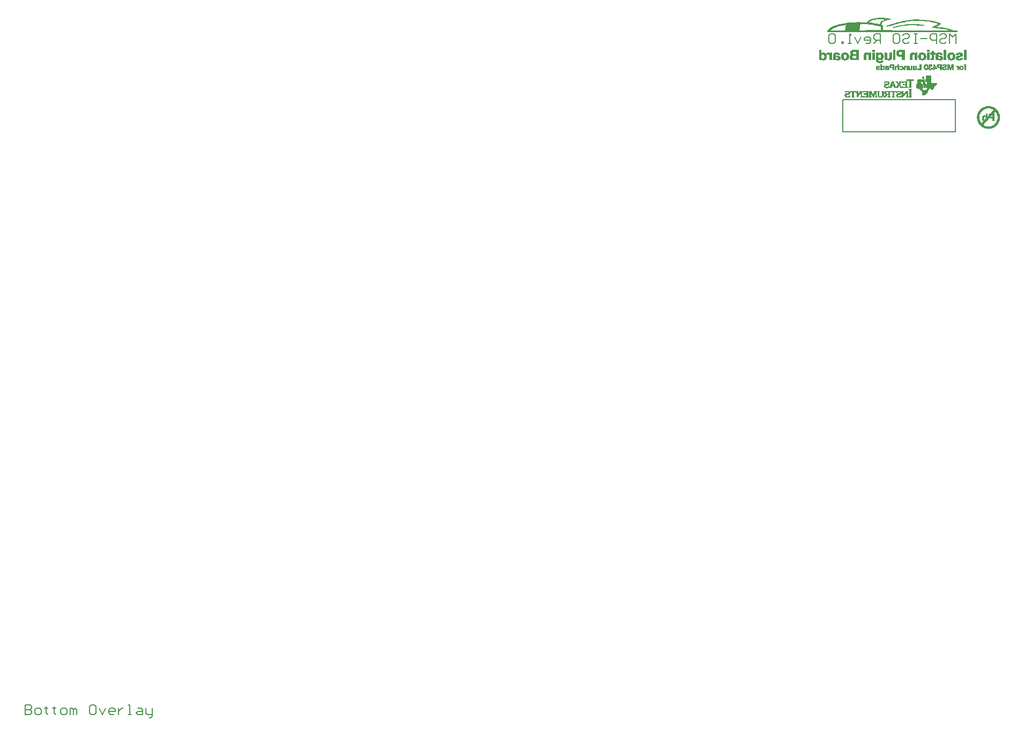
<source format=gbo>
%FSLAX25Y25*%
%MOIN*%
G70*
G01*
G75*
G04 Layer_Color=9218505*
%ADD10R,0.04803X0.03602*%
%ADD11R,0.03740X0.03937*%
%ADD12R,0.03937X0.03740*%
%ADD13O,0.02362X0.05500*%
%ADD14O,0.02362X0.05709*%
%ADD15R,0.04331X0.02559*%
%ADD16R,0.02559X0.04331*%
%ADD17R,0.03800X0.04400*%
%ADD18R,0.03150X0.02362*%
%ADD19C,0.01000*%
%ADD20C,0.02000*%
%ADD21C,0.00800*%
%ADD22C,0.05906*%
%ADD23R,0.05906X0.05906*%
%ADD24C,0.03400*%
%ADD25C,0.00787*%
%ADD26C,0.00700*%
%ADD27C,0.00200*%
%ADD28C,0.00050*%
%ADD29C,0.00500*%
%ADD30R,0.09200X0.02000*%
%ADD31R,0.05203X0.04002*%
%ADD32R,0.04140X0.04337*%
%ADD33R,0.04337X0.04140*%
%ADD34O,0.02762X0.05900*%
%ADD35O,0.02762X0.06109*%
%ADD36R,0.04731X0.02959*%
%ADD37R,0.02959X0.04731*%
%ADD38R,0.04200X0.04800*%
%ADD39R,0.03550X0.02762*%
%ADD40C,0.06906*%
%ADD41R,0.06906X0.06906*%
D21*
X-443410Y-348755D02*
Y-354753D01*
X-440411D01*
X-439411Y-353754D01*
Y-352754D01*
X-440411Y-351754D01*
X-443410D01*
X-440411D01*
X-439411Y-350755D01*
Y-349755D01*
X-440411Y-348755D01*
X-443410D01*
X-436412Y-354753D02*
X-434413D01*
X-433413Y-353754D01*
Y-351754D01*
X-434413Y-350755D01*
X-436412D01*
X-437412Y-351754D01*
Y-353754D01*
X-436412Y-354753D01*
X-430414Y-349755D02*
Y-350755D01*
X-431414D01*
X-429414D01*
X-430414D01*
Y-353754D01*
X-429414Y-354753D01*
X-425416Y-349755D02*
Y-350755D01*
X-426415D01*
X-424416D01*
X-425416D01*
Y-353754D01*
X-424416Y-354753D01*
X-420417D02*
X-418418D01*
X-417418Y-353754D01*
Y-351754D01*
X-418418Y-350755D01*
X-420417D01*
X-421417Y-351754D01*
Y-353754D01*
X-420417Y-354753D01*
X-415419D02*
Y-350755D01*
X-414419D01*
X-413419Y-351754D01*
Y-354753D01*
Y-351754D01*
X-412420Y-350755D01*
X-411420Y-351754D01*
Y-354753D01*
X-400424Y-348755D02*
X-402423D01*
X-403423Y-349755D01*
Y-353754D01*
X-402423Y-354753D01*
X-400424D01*
X-399424Y-353754D01*
Y-349755D01*
X-400424Y-348755D01*
X-397425Y-350755D02*
X-395425Y-354753D01*
X-393426Y-350755D01*
X-388428Y-354753D02*
X-390427D01*
X-391427Y-353754D01*
Y-351754D01*
X-390427Y-350755D01*
X-388428D01*
X-387428Y-351754D01*
Y-352754D01*
X-391427D01*
X-385429Y-350755D02*
Y-354753D01*
Y-352754D01*
X-384429Y-351754D01*
X-383429Y-350755D01*
X-382430D01*
X-379431Y-354753D02*
X-377431D01*
X-378431D01*
Y-348755D01*
X-379431D01*
X-373432Y-350755D02*
X-371433D01*
X-370433Y-351754D01*
Y-354753D01*
X-373432D01*
X-374432Y-353754D01*
X-373432Y-352754D01*
X-370433D01*
X-368434Y-350755D02*
Y-353754D01*
X-367434Y-354753D01*
X-364435D01*
Y-355753D01*
X-365435Y-356753D01*
X-366435D01*
X-364435Y-354753D02*
Y-350755D01*
D25*
X65000Y7800D02*
Y27800D01*
X135000Y7800D02*
Y27800D01*
X65000Y7800D02*
X135000D01*
X65000Y27800D02*
X135000D01*
D26*
X135200Y62900D02*
Y68898D01*
X133201Y66899D01*
X131201Y68898D01*
Y62900D01*
X125203Y67898D02*
X126203Y68898D01*
X128202D01*
X129202Y67898D01*
Y66899D01*
X128202Y65899D01*
X126203D01*
X125203Y64899D01*
Y63900D01*
X126203Y62900D01*
X128202D01*
X129202Y63900D01*
X123204Y62900D02*
Y68898D01*
X120205D01*
X119205Y67898D01*
Y65899D01*
X120205Y64899D01*
X123204D01*
X117206Y65899D02*
X113207D01*
X111208Y68898D02*
X109208D01*
X110208D01*
Y62900D01*
X111208D01*
X109208D01*
X102211Y67898D02*
X103210Y68898D01*
X105210D01*
X106209Y67898D01*
Y66899D01*
X105210Y65899D01*
X103210D01*
X102211Y64899D01*
Y63900D01*
X103210Y62900D01*
X105210D01*
X106209Y63900D01*
X97212Y68898D02*
X99212D01*
X100211Y67898D01*
Y63900D01*
X99212Y62900D01*
X97212D01*
X96213Y63900D01*
Y67898D01*
X97212Y68898D01*
X88215Y62900D02*
Y68898D01*
X85216D01*
X84216Y67898D01*
Y65899D01*
X85216Y64899D01*
X88215D01*
X86216D02*
X84216Y62900D01*
X79218D02*
X81217D01*
X82217Y63900D01*
Y65899D01*
X81217Y66899D01*
X79218D01*
X78218Y65899D01*
Y64899D01*
X82217D01*
X76219Y66899D02*
X74220Y62900D01*
X72220Y66899D01*
X70221Y62900D02*
X68222D01*
X69221D01*
Y68898D01*
X70221Y67898D01*
X65223Y62900D02*
Y63900D01*
X64223D01*
Y62900D01*
X65223D01*
X60224Y67898D02*
X59225Y68898D01*
X57225D01*
X56226Y67898D01*
Y63900D01*
X57225Y62900D01*
X59225D01*
X60224Y63900D01*
Y67898D01*
D27*
X86652Y78840D02*
X90852D01*
X84852Y78640D02*
X93252D01*
X83652Y78440D02*
X94452D01*
X83052Y78240D02*
X94452D01*
X82452Y78040D02*
X85452D01*
X90652D02*
X94252D01*
X82052Y77840D02*
X84052D01*
X91252D02*
X93252D01*
X108652D02*
X112452D01*
X81652Y77640D02*
X83452D01*
X90652D02*
X92252D01*
X106252D02*
X116052D01*
X81252Y77440D02*
X82852D01*
X90052D02*
X91452D01*
X104852D02*
X118052D01*
X81052Y77240D02*
X82252D01*
X89852D02*
X90852D01*
X104052D02*
X111052D01*
X111452D02*
X119252D01*
X80852Y77040D02*
X82052D01*
X89452D02*
X90452D01*
X103052D02*
X106652D01*
X115652D02*
X120452D01*
X80652Y76840D02*
X81652D01*
X89052D02*
X90052D01*
X102052D02*
X105052D01*
X117852D02*
X121452D01*
X80452Y76640D02*
X81452D01*
X88652D02*
X89652D01*
X101052D02*
X104052D01*
X119252D02*
X122252D01*
X80252Y76440D02*
X81252D01*
X88652D02*
X89452D01*
X100252D02*
X103252D01*
X120052D02*
X122852D01*
X73852Y76240D02*
X75652D01*
X80052D02*
X81252D01*
X88452D02*
X89252D01*
X99452D02*
X102252D01*
X121252D02*
X123652D01*
X69852Y76040D02*
X81452D01*
X88452D02*
X89052D01*
X98652D02*
X101452D01*
X122052D02*
X124252D01*
X67852Y75840D02*
X83052D01*
X88252D02*
X89052D01*
X98052D02*
X100452D01*
X122652D02*
X124652D01*
X66252Y75640D02*
X84452D01*
X88252D02*
X89052D01*
X97252D02*
X99652D01*
X123452D02*
X125252D01*
X65252Y75440D02*
X85452D01*
X88052D02*
X89052D01*
X96652D02*
X98852D01*
X124052D02*
X125452D01*
X64252Y75240D02*
X75852D01*
X77852D02*
X86652D01*
X88052D02*
X89052D01*
X96052D02*
X98252D01*
X124452D02*
X125852D01*
X63252Y75040D02*
X75652D01*
X80852D02*
X88852D01*
X95252D02*
X97452D01*
X124252D02*
X125652D01*
X62452Y74840D02*
X75652D01*
X82652D02*
X88852D01*
X94652D02*
X96852D01*
X104652D02*
X112252D01*
X123852D02*
X125252D01*
X61652Y74640D02*
X66452D01*
X67052D02*
X75652D01*
X83652D02*
X89052D01*
X94052D02*
X96252D01*
X102652D02*
X114852D01*
X123452D02*
X124852D01*
X60852Y74440D02*
X65252D01*
X67052D02*
X75452D01*
X84852D02*
X89452D01*
X93252D02*
X95652D01*
X101452D02*
X105052D01*
X111052D02*
X115852D01*
X123052D02*
X124652D01*
X60252Y74240D02*
X64252D01*
X67052D02*
X75452D01*
X85852D02*
X89652D01*
X92652D02*
X94852D01*
X100452D02*
X103052D01*
X114452D02*
X115852D01*
X122652D02*
X124252D01*
X59652Y74040D02*
X63252D01*
X66852D02*
X75452D01*
X86852D02*
X89652D01*
X92252D02*
X94252D01*
X99652D02*
X101852D01*
X122252D02*
X123852D01*
X59252Y73840D02*
X62452D01*
X66852D02*
X75452D01*
X87652D02*
X89652D01*
X92252D02*
X93452D01*
X98652D02*
X100852D01*
X121652D02*
X123252D01*
X58852Y73640D02*
X61652D01*
X66852D02*
X75452D01*
X88252D02*
X89652D01*
X92252D02*
X92852D01*
X98052D02*
X99852D01*
X121252D02*
X123052D01*
X58452Y73440D02*
X61052D01*
X66852D02*
X75252D01*
X88652D02*
X89652D01*
X97252D02*
X98852D01*
X120852D02*
X122452D01*
X58052Y73240D02*
X60452D01*
X66852D02*
X75252D01*
X88652D02*
X89652D01*
X96452D02*
X98052D01*
X120652D02*
X123852D01*
X57652Y73040D02*
X60052D01*
X66652D02*
X75252D01*
X88652D02*
X89652D01*
X96052D02*
X97452D01*
X120652D02*
X126052D01*
X57452Y72840D02*
X59652D01*
X66652D02*
X75252D01*
X88652D02*
X89852D01*
X96252D02*
X96652D01*
X120852D02*
X127452D01*
X57052Y72640D02*
X59052D01*
X66652D02*
X75252D01*
X88852D02*
X89852D01*
X122852D02*
X128652D01*
X56852Y72440D02*
X58652D01*
X66652D02*
X75252D01*
X88852D02*
X89852D01*
X125652D02*
X129452D01*
X56652Y72240D02*
X58452D01*
X66652D02*
X75052D01*
X88852D02*
X89852D01*
X127252D02*
X130252D01*
X56452Y72040D02*
X58052D01*
X66652D02*
X75052D01*
X88852D02*
X89852D01*
X128252D02*
X130852D01*
X56252Y71840D02*
X57852D01*
X66452D02*
X75052D01*
X88852D02*
X89852D01*
X129252D02*
X131452D01*
X56052Y71640D02*
X57652D01*
X66452D02*
X75052D01*
X88852D02*
X89852D01*
X130052D02*
X132252D01*
X56052Y71440D02*
X57452D01*
X66452D02*
X75052D01*
X79252D02*
X84652D01*
X88652D02*
X90052D01*
X130852D02*
X132852D01*
X55852Y71240D02*
X57252D01*
X66452D02*
X75052D01*
X79252D02*
X95452D01*
X131252D02*
X133452D01*
X55852Y71040D02*
X57252D01*
X66452D02*
X75052D01*
X79252D02*
X95452D01*
X132052D02*
X133852D01*
X55252Y70840D02*
X136052D01*
X55252Y70640D02*
X136052D01*
X55252Y70440D02*
X136052D01*
X55252Y70240D02*
X136052D01*
X50252Y58840D02*
X51452D01*
X70652D02*
X74652D01*
X83452D02*
X84652D01*
X96252D02*
X97452D01*
X99652D02*
X103252D01*
X117452D02*
X118652D01*
X127852D02*
X129052D01*
X140452D02*
X141852D01*
X50252Y58640D02*
X51452D01*
X70252D02*
X74652D01*
X83452D02*
X84652D01*
X96252D02*
X97452D01*
X99052D02*
X103252D01*
X117452D02*
X118652D01*
X127852D02*
X129052D01*
X140452D02*
X141852D01*
X50252Y58440D02*
X51452D01*
X69852D02*
X74652D01*
X83452D02*
X84652D01*
X96252D02*
X97452D01*
X98852D02*
X103252D01*
X117452D02*
X118652D01*
X120252D02*
X121452D01*
X127852D02*
X129052D01*
X140452D02*
X141852D01*
X50252Y58240D02*
X51452D01*
X69852D02*
X74652D01*
X83452D02*
X84652D01*
X96252D02*
X97452D01*
X98652D02*
X103252D01*
X117452D02*
X118652D01*
X120252D02*
X121452D01*
X127852D02*
X129052D01*
X140452D02*
X141852D01*
X50252Y58040D02*
X51452D01*
X69652D02*
X74652D01*
X83452D02*
X84652D01*
X96252D02*
X97452D01*
X98652D02*
X103252D01*
X117452D02*
X118652D01*
X120252D02*
X121452D01*
X127852D02*
X129052D01*
X140452D02*
X141852D01*
X50252Y57840D02*
X51452D01*
X69652D02*
X71452D01*
X73252D02*
X74652D01*
X96252D02*
X97452D01*
X98452D02*
X100252D01*
X101852D02*
X103252D01*
X120252D02*
X121452D01*
X127852D02*
X129052D01*
X140452D02*
X141852D01*
X50252Y57640D02*
X51452D01*
X69652D02*
X71052D01*
X73252D02*
X74652D01*
X96252D02*
X97452D01*
X98452D02*
X99852D01*
X101852D02*
X103252D01*
X120252D02*
X121452D01*
X127852D02*
X129052D01*
X140452D02*
X141852D01*
X50252Y57440D02*
X51452D01*
X69652D02*
X71052D01*
X73252D02*
X74652D01*
X96252D02*
X97452D01*
X98252D02*
X99652D01*
X101852D02*
X103252D01*
X120252D02*
X121452D01*
X127852D02*
X129052D01*
X140452D02*
X141852D01*
X50252Y57240D02*
X51452D01*
X52252D02*
X53452D01*
X55052D02*
X56052D01*
X57052D02*
X58052D01*
X60052D02*
X61852D01*
X65452D02*
X67052D01*
X69652D02*
X71052D01*
X73252D02*
X74652D01*
X79052D02*
X80452D01*
X81252D02*
X82252D01*
X83452D02*
X84452D01*
X85852D02*
X86852D01*
X87652D02*
X88852D01*
X91052D02*
X92052D01*
X94052D02*
X95252D01*
X96252D02*
X97452D01*
X98252D02*
X99652D01*
X101852D02*
X103252D01*
X107652D02*
X109052D01*
X110052D02*
X111052D01*
X113452D02*
X115052D01*
X117652D02*
X118652D01*
X119452D02*
X122252D01*
X123852D02*
X125652D01*
X127852D02*
X129052D01*
X131452D02*
X133252D01*
X136652D02*
X138252D01*
X140452D02*
X141852D01*
X50252Y57040D02*
X51452D01*
X51852D02*
X53852D01*
X55052D02*
X56252D01*
X56852D02*
X58052D01*
X59652D02*
X62452D01*
X65052D02*
X67652D01*
X69652D02*
X71052D01*
X73252D02*
X74652D01*
X78652D02*
X80652D01*
X81252D02*
X82452D01*
X83452D02*
X84652D01*
X85652D02*
X86852D01*
X87252D02*
X89252D01*
X91052D02*
X92252D01*
X94052D02*
X95252D01*
X96252D02*
X97452D01*
X98252D02*
X99652D01*
X101852D02*
X103252D01*
X107452D02*
X109452D01*
X109852D02*
X111052D01*
X113052D02*
X115452D01*
X117452D02*
X118652D01*
X119452D02*
X122252D01*
X123252D02*
X126252D01*
X127852D02*
X129052D01*
X131052D02*
X133652D01*
X136052D02*
X138852D01*
X140452D02*
X141852D01*
X50252Y56840D02*
X51452D01*
X51652D02*
X54052D01*
X55052D02*
X56652D01*
X56852D02*
X58052D01*
X59252D02*
X62652D01*
X64652D02*
X67852D01*
X69652D02*
X71052D01*
X73252D02*
X74652D01*
X78452D02*
X81052D01*
X81252D02*
X82452D01*
X83452D02*
X84652D01*
X85652D02*
X86852D01*
X87052D02*
X89452D01*
X91052D02*
X92252D01*
X94052D02*
X95252D01*
X96252D02*
X97452D01*
X98252D02*
X99652D01*
X101852D02*
X103252D01*
X107252D02*
X109652D01*
X109852D02*
X111052D01*
X112652D02*
X115852D01*
X117452D02*
X118652D01*
X119452D02*
X122252D01*
X123052D02*
X126452D01*
X127852D02*
X129052D01*
X130852D02*
X133852D01*
X135852D02*
X139052D01*
X140452D02*
X141852D01*
X50252Y56640D02*
X54252D01*
X55052D02*
X56652D01*
X56852D02*
X58052D01*
X59252D02*
X62852D01*
X64452D02*
X68052D01*
X69852D02*
X71252D01*
X73252D02*
X74652D01*
X78452D02*
X82452D01*
X83452D02*
X84652D01*
X85652D02*
X89652D01*
X91052D02*
X92252D01*
X94052D02*
X95252D01*
X96252D02*
X97452D01*
X98252D02*
X99652D01*
X101852D02*
X103252D01*
X107052D02*
X111052D01*
X112452D02*
X116052D01*
X117452D02*
X118652D01*
X119452D02*
X122252D01*
X123052D02*
X126652D01*
X127852D02*
X129052D01*
X130652D02*
X134052D01*
X135652D02*
X139252D01*
X140452D02*
X141852D01*
X50252Y56440D02*
X54452D01*
X55052D02*
X58052D01*
X59052D02*
X60652D01*
X61452D02*
X63052D01*
X64452D02*
X68252D01*
X70052D02*
X71852D01*
X73052D02*
X74652D01*
X78252D02*
X82452D01*
X83452D02*
X84652D01*
X85652D02*
X89852D01*
X91052D02*
X92252D01*
X94052D02*
X95252D01*
X96252D02*
X97452D01*
X98252D02*
X99852D01*
X101852D02*
X103252D01*
X107052D02*
X111052D01*
X112252D02*
X116252D01*
X117452D02*
X118652D01*
X119452D02*
X122252D01*
X122852D02*
X124452D01*
X125252D02*
X126852D01*
X127852D02*
X129052D01*
X130452D02*
X134252D01*
X135652D02*
X137052D01*
X137852D02*
X139252D01*
X140452D02*
X141852D01*
X50252Y56240D02*
X51852D01*
X53052D02*
X54652D01*
X55052D02*
X58052D01*
X59052D02*
X60452D01*
X61852D02*
X63052D01*
X64252D02*
X65652D01*
X66852D02*
X68252D01*
X70252D02*
X74652D01*
X78252D02*
X79652D01*
X80652D02*
X82452D01*
X83452D02*
X84652D01*
X85652D02*
X87252D01*
X88452D02*
X89852D01*
X91052D02*
X92252D01*
X94052D02*
X95252D01*
X96252D02*
X97452D01*
X98452D02*
X99852D01*
X101852D02*
X103252D01*
X106852D02*
X108452D01*
X109452D02*
X111052D01*
X112252D02*
X113652D01*
X114852D02*
X116252D01*
X117452D02*
X118652D01*
X120252D02*
X121452D01*
X122852D02*
X124252D01*
X125652D02*
X126852D01*
X127852D02*
X129052D01*
X130252D02*
X131852D01*
X132852D02*
X134452D01*
X135452D02*
X136652D01*
X138052D02*
X139452D01*
X140452D02*
X141852D01*
X50252Y56040D02*
X51652D01*
X53252D02*
X54652D01*
X56252D02*
X58052D01*
X59052D02*
X60252D01*
X61852D02*
X63052D01*
X64252D02*
X65452D01*
X67052D02*
X68452D01*
X70252D02*
X74652D01*
X78252D02*
X79452D01*
X80852D02*
X82452D01*
X83452D02*
X84652D01*
X85652D02*
X87052D01*
X88652D02*
X90052D01*
X91052D02*
X92252D01*
X94052D02*
X95252D01*
X96252D02*
X97452D01*
X98452D02*
X100652D01*
X101852D02*
X103252D01*
X106852D02*
X108252D01*
X109652D02*
X111052D01*
X112052D02*
X113452D01*
X115052D02*
X116452D01*
X117452D02*
X118652D01*
X120252D02*
X121452D01*
X122852D02*
X124052D01*
X125652D02*
X126852D01*
X127852D02*
X129052D01*
X130252D02*
X131652D01*
X133252D02*
X134452D01*
X135452D02*
X136652D01*
X138052D02*
X139452D01*
X140452D02*
X141852D01*
X50252Y55840D02*
X51652D01*
X53452D02*
X54652D01*
X56452D02*
X58052D01*
X59052D02*
X60252D01*
X62052D02*
X63052D01*
X64052D02*
X65452D01*
X67252D02*
X68452D01*
X69852D02*
X74652D01*
X78052D02*
X79452D01*
X81052D02*
X82452D01*
X83452D02*
X84652D01*
X85652D02*
X87052D01*
X88852D02*
X90052D01*
X91052D02*
X92252D01*
X94052D02*
X95252D01*
X96252D02*
X97452D01*
X98652D02*
X103252D01*
X106852D02*
X108252D01*
X109652D02*
X111052D01*
X112052D02*
X113452D01*
X115252D02*
X116452D01*
X117452D02*
X118652D01*
X120252D02*
X121452D01*
X122852D02*
X124052D01*
X125852D02*
X126852D01*
X127852D02*
X129052D01*
X130052D02*
X131452D01*
X133252D02*
X134652D01*
X138052D02*
X139452D01*
X140452D02*
X141852D01*
X50252Y55640D02*
X51452D01*
X53452D02*
X54852D01*
X56652D02*
X58052D01*
X59052D02*
X60452D01*
X64052D02*
X65252D01*
X67252D02*
X68652D01*
X69652D02*
X74652D01*
X78052D02*
X79452D01*
X81052D02*
X82452D01*
X83452D02*
X84652D01*
X85652D02*
X86852D01*
X88852D02*
X90052D01*
X91052D02*
X92252D01*
X94052D02*
X95252D01*
X96252D02*
X97452D01*
X98652D02*
X103252D01*
X106852D02*
X108052D01*
X109852D02*
X111052D01*
X112052D02*
X113252D01*
X115252D02*
X116452D01*
X117452D02*
X118652D01*
X120252D02*
X121452D01*
X122852D02*
X124252D01*
X127852D02*
X129052D01*
X130052D02*
X131452D01*
X133452D02*
X134652D01*
X137652D02*
X139452D01*
X140452D02*
X141852D01*
X50252Y55440D02*
X51452D01*
X53452D02*
X54852D01*
X56652D02*
X58052D01*
X59052D02*
X60852D01*
X64052D02*
X65252D01*
X67452D02*
X68652D01*
X69652D02*
X71252D01*
X73252D02*
X74652D01*
X78052D02*
X79452D01*
X81052D02*
X82452D01*
X83452D02*
X84652D01*
X85652D02*
X86852D01*
X88852D02*
X90252D01*
X91052D02*
X92252D01*
X94052D02*
X95252D01*
X96252D02*
X97452D01*
X98852D02*
X103252D01*
X106852D02*
X108052D01*
X109852D02*
X111052D01*
X112052D02*
X113252D01*
X115252D02*
X116652D01*
X117452D02*
X118652D01*
X120252D02*
X121452D01*
X122852D02*
X124652D01*
X127852D02*
X129052D01*
X130052D02*
X131252D01*
X133452D02*
X134652D01*
X136852D02*
X139252D01*
X140452D02*
X141852D01*
X50252Y55240D02*
X51452D01*
X53652D02*
X54852D01*
X56852D02*
X58052D01*
X59052D02*
X62052D01*
X64052D02*
X65252D01*
X67452D02*
X68652D01*
X69452D02*
X70852D01*
X73252D02*
X74652D01*
X78052D02*
X79452D01*
X81052D02*
X82452D01*
X83452D02*
X84652D01*
X85652D02*
X86852D01*
X88852D02*
X90252D01*
X91052D02*
X92252D01*
X94052D02*
X95252D01*
X96252D02*
X97452D01*
X99252D02*
X103252D01*
X106852D02*
X108052D01*
X109852D02*
X111052D01*
X111852D02*
X113252D01*
X115252D02*
X116652D01*
X117452D02*
X118652D01*
X120252D02*
X121452D01*
X122852D02*
X125852D01*
X127852D02*
X129052D01*
X130052D02*
X131252D01*
X133452D02*
X134652D01*
X136052D02*
X139052D01*
X140452D02*
X141852D01*
X50252Y55040D02*
X51452D01*
X53652D02*
X54852D01*
X56852D02*
X58052D01*
X59052D02*
X62652D01*
X63852D02*
X65252D01*
X67452D02*
X68652D01*
X69452D02*
X70852D01*
X73252D02*
X74652D01*
X78052D02*
X79452D01*
X81052D02*
X82452D01*
X83452D02*
X84652D01*
X85652D02*
X86852D01*
X88852D02*
X90252D01*
X91052D02*
X92252D01*
X94052D02*
X95252D01*
X96252D02*
X97452D01*
X99652D02*
X103252D01*
X106852D02*
X108052D01*
X109852D02*
X111052D01*
X111852D02*
X113252D01*
X115452D02*
X116652D01*
X117452D02*
X118652D01*
X120252D02*
X121452D01*
X122852D02*
X126452D01*
X127852D02*
X129052D01*
X130052D02*
X131252D01*
X133452D02*
X134652D01*
X135852D02*
X138852D01*
X140452D02*
X141852D01*
X50252Y54840D02*
X51452D01*
X53652D02*
X54852D01*
X56852D02*
X58052D01*
X59052D02*
X60252D01*
X60452D02*
X63052D01*
X64052D02*
X65252D01*
X67452D02*
X68652D01*
X69452D02*
X70652D01*
X73252D02*
X74652D01*
X78052D02*
X79452D01*
X81052D02*
X82452D01*
X83452D02*
X84652D01*
X85652D02*
X86852D01*
X88852D02*
X90252D01*
X91052D02*
X92252D01*
X94052D02*
X95252D01*
X96252D02*
X97452D01*
X101852D02*
X103252D01*
X106852D02*
X108052D01*
X109852D02*
X111052D01*
X111852D02*
X113252D01*
X115452D02*
X116652D01*
X117452D02*
X118652D01*
X120252D02*
X121452D01*
X122852D02*
X124052D01*
X124252D02*
X126852D01*
X127852D02*
X129052D01*
X130052D02*
X131252D01*
X133452D02*
X134652D01*
X135652D02*
X138452D01*
X140452D02*
X141852D01*
X50252Y54640D02*
X51452D01*
X53652D02*
X54852D01*
X56852D02*
X58052D01*
X59052D02*
X60252D01*
X61452D02*
X63052D01*
X64052D02*
X65252D01*
X67452D02*
X68652D01*
X69252D02*
X70652D01*
X73252D02*
X74652D01*
X78052D02*
X79452D01*
X81052D02*
X82452D01*
X83452D02*
X84652D01*
X85652D02*
X86852D01*
X88852D02*
X90052D01*
X91052D02*
X92252D01*
X94052D02*
X95252D01*
X96252D02*
X97452D01*
X101852D02*
X103252D01*
X106852D02*
X108052D01*
X109852D02*
X111052D01*
X111852D02*
X113252D01*
X115252D02*
X116652D01*
X117452D02*
X118652D01*
X120252D02*
X121452D01*
X122852D02*
X124052D01*
X125052D02*
X126852D01*
X127852D02*
X129052D01*
X130052D02*
X131252D01*
X133452D02*
X134652D01*
X135452D02*
X137852D01*
X140452D02*
X141852D01*
X50252Y54440D02*
X51452D01*
X53452D02*
X54852D01*
X56852D02*
X58052D01*
X59052D02*
X60252D01*
X61852D02*
X63252D01*
X64052D02*
X65252D01*
X67252D02*
X68652D01*
X69252D02*
X70652D01*
X73252D02*
X74652D01*
X78052D02*
X79452D01*
X81052D02*
X82452D01*
X83452D02*
X84652D01*
X85652D02*
X87052D01*
X88852D02*
X90052D01*
X91052D02*
X92252D01*
X94052D02*
X95252D01*
X96252D02*
X97452D01*
X101852D02*
X103252D01*
X106852D02*
X108052D01*
X109852D02*
X111052D01*
X112052D02*
X113252D01*
X115252D02*
X116652D01*
X117452D02*
X118652D01*
X120252D02*
X121452D01*
X122852D02*
X124052D01*
X125652D02*
X127052D01*
X127852D02*
X129052D01*
X130052D02*
X131252D01*
X133452D02*
X134652D01*
X135452D02*
X137052D01*
X140452D02*
X141852D01*
X50252Y54240D02*
X51452D01*
X53452D02*
X54652D01*
X56852D02*
X58052D01*
X59052D02*
X60252D01*
X62052D02*
X63252D01*
X64052D02*
X65252D01*
X67252D02*
X68652D01*
X69252D02*
X70852D01*
X73252D02*
X74652D01*
X78052D02*
X79452D01*
X81052D02*
X82452D01*
X83452D02*
X84652D01*
X85652D02*
X87052D01*
X88652D02*
X90052D01*
X91052D02*
X92252D01*
X94052D02*
X95252D01*
X96252D02*
X97452D01*
X101852D02*
X103252D01*
X106852D02*
X108052D01*
X109852D02*
X111052D01*
X112052D02*
X113252D01*
X115252D02*
X116452D01*
X117452D02*
X118652D01*
X120252D02*
X121452D01*
X122852D02*
X124052D01*
X125852D02*
X127052D01*
X127852D02*
X129052D01*
X130052D02*
X131452D01*
X133252D02*
X134652D01*
X135252D02*
X136652D01*
X140452D02*
X141852D01*
X50252Y54040D02*
X51652D01*
X53452D02*
X54652D01*
X56852D02*
X58052D01*
X59052D02*
X60452D01*
X62052D02*
X63252D01*
X64052D02*
X65452D01*
X67252D02*
X68452D01*
X69452D02*
X70852D01*
X73252D02*
X74652D01*
X78052D02*
X79452D01*
X81052D02*
X82452D01*
X83452D02*
X84652D01*
X85652D02*
X87252D01*
X88652D02*
X90052D01*
X91052D02*
X92452D01*
X93852D02*
X95252D01*
X96252D02*
X97452D01*
X101852D02*
X103252D01*
X106852D02*
X108052D01*
X109852D02*
X111052D01*
X112052D02*
X113452D01*
X115252D02*
X116452D01*
X117452D02*
X118652D01*
X120252D02*
X121452D01*
X122852D02*
X124052D01*
X125852D02*
X127052D01*
X127852D02*
X129052D01*
X130252D02*
X131452D01*
X133252D02*
X134652D01*
X135252D02*
X136652D01*
X138252D02*
X139452D01*
X140452D02*
X141852D01*
X50252Y53840D02*
X51852D01*
X53252D02*
X54652D01*
X56852D02*
X58052D01*
X59052D02*
X60452D01*
X62052D02*
X63252D01*
X64252D02*
X65652D01*
X67052D02*
X68452D01*
X69452D02*
X71252D01*
X73252D02*
X74652D01*
X78052D02*
X79452D01*
X81052D02*
X82452D01*
X83452D02*
X84652D01*
X85652D02*
X87652D01*
X88252D02*
X89852D01*
X91052D02*
X92452D01*
X93852D02*
X95252D01*
X96252D02*
X97452D01*
X101852D02*
X103252D01*
X106852D02*
X108052D01*
X109852D02*
X111052D01*
X112052D02*
X113452D01*
X115052D02*
X116452D01*
X117452D02*
X118652D01*
X120252D02*
X121452D01*
X122852D02*
X124252D01*
X125852D02*
X127052D01*
X127852D02*
X129052D01*
X130252D02*
X131652D01*
X133052D02*
X134452D01*
X135252D02*
X136652D01*
X138252D02*
X139452D01*
X140452D02*
X141852D01*
X50252Y53640D02*
X52052D01*
X53052D02*
X54452D01*
X56852D02*
X58052D01*
X59052D02*
X60652D01*
X62052D02*
X63252D01*
X64252D02*
X65852D01*
X66852D02*
X68252D01*
X69452D02*
X74652D01*
X78052D02*
X79452D01*
X81052D02*
X82452D01*
X83452D02*
X84652D01*
X85652D02*
X89852D01*
X91052D02*
X92852D01*
X93652D02*
X95252D01*
X96252D02*
X97452D01*
X101852D02*
X103252D01*
X106852D02*
X108052D01*
X109852D02*
X111052D01*
X112252D02*
X113852D01*
X114852D02*
X116252D01*
X117452D02*
X118652D01*
X119852D02*
X121452D01*
X122852D02*
X124452D01*
X125652D02*
X127052D01*
X127852D02*
X129052D01*
X130252D02*
X131852D01*
X132852D02*
X134452D01*
X135452D02*
X136652D01*
X138052D02*
X139452D01*
X140452D02*
X141852D01*
X50252Y53440D02*
X54452D01*
X56852D02*
X58052D01*
X59052D02*
X61052D01*
X61652D02*
X63252D01*
X64452D02*
X68252D01*
X69652D02*
X74652D01*
X78052D02*
X79452D01*
X81052D02*
X82452D01*
X83452D02*
X84652D01*
X85652D02*
X89652D01*
X91052D02*
X95052D01*
X96252D02*
X97452D01*
X101852D02*
X103252D01*
X106852D02*
X108052D01*
X109852D02*
X111052D01*
X112452D02*
X116252D01*
X117452D02*
X118652D01*
X119452D02*
X121452D01*
X122852D02*
X124852D01*
X125452D02*
X127052D01*
X127852D02*
X129052D01*
X130452D02*
X134252D01*
X135452D02*
X137252D01*
X137652D02*
X139252D01*
X140452D02*
X141852D01*
X50252Y53240D02*
X54252D01*
X56852D02*
X58052D01*
X59052D02*
X63052D01*
X64652D02*
X68052D01*
X69852D02*
X74652D01*
X78052D02*
X79452D01*
X81052D02*
X82452D01*
X83452D02*
X84652D01*
X85652D02*
X86852D01*
X87052D02*
X89452D01*
X91052D02*
X95052D01*
X96252D02*
X97452D01*
X101852D02*
X103252D01*
X106852D02*
X108052D01*
X109852D02*
X111052D01*
X112452D02*
X116052D01*
X117452D02*
X118652D01*
X119452D02*
X121452D01*
X122852D02*
X126852D01*
X127852D02*
X129052D01*
X130652D02*
X134052D01*
X135652D02*
X139252D01*
X140452D02*
X141852D01*
X50252Y53040D02*
X51452D01*
X51652D02*
X54052D01*
X56852D02*
X58052D01*
X59052D02*
X60252D01*
X60452D02*
X63052D01*
X64852D02*
X67852D01*
X70052D02*
X74652D01*
X78052D02*
X79452D01*
X81052D02*
X82452D01*
X83452D02*
X84652D01*
X85652D02*
X86852D01*
X87452D02*
X89252D01*
X91052D02*
X92252D01*
X92452D02*
X94852D01*
X96252D02*
X97452D01*
X101852D02*
X103252D01*
X106852D02*
X108052D01*
X109852D02*
X111052D01*
X112852D02*
X115852D01*
X117452D02*
X118652D01*
X119452D02*
X121252D01*
X122852D02*
X126852D01*
X127852D02*
X129052D01*
X130852D02*
X133852D01*
X135852D02*
X139052D01*
X140452D02*
X141852D01*
X50252Y52840D02*
X51452D01*
X51852D02*
X53852D01*
X56852D02*
X58052D01*
X58852D02*
X60252D01*
X60652D02*
X62852D01*
X65052D02*
X67452D01*
X70652D02*
X74652D01*
X78052D02*
X79452D01*
X81052D02*
X82452D01*
X83452D02*
X84652D01*
X85652D02*
X86852D01*
X88052D02*
X88452D01*
X91052D02*
X92252D01*
X92652D02*
X94652D01*
X96252D02*
X97452D01*
X101852D02*
X103252D01*
X106852D02*
X108052D01*
X109852D02*
X111052D01*
X113052D02*
X115452D01*
X117452D02*
X118652D01*
X119452D02*
X121052D01*
X122652D02*
X124052D01*
X124452D02*
X126452D01*
X127852D02*
X129052D01*
X131252D02*
X133452D01*
X136052D02*
X138652D01*
X140452D02*
X141852D01*
X52252Y52640D02*
X53252D01*
X61252D02*
X62252D01*
X65652D02*
X66852D01*
X85652D02*
X86852D01*
X93052D02*
X94252D01*
X113652D02*
X114852D01*
X125052D02*
X126052D01*
X131852D02*
X133052D01*
X136652D02*
X138052D01*
X85652Y52440D02*
X86852D01*
X85852Y52240D02*
X87052D01*
X88652D02*
X90052D01*
X85852Y52040D02*
X87252D01*
X88652D02*
X89852D01*
X86052Y51840D02*
X87652D01*
X88252D02*
X89852D01*
X86052Y51640D02*
X89652D01*
X86252Y51440D02*
X89452D01*
X86652Y51240D02*
X89252D01*
X87252Y51040D02*
X88652D01*
X88452Y50040D02*
X89052D01*
X95052D02*
X96652D01*
X99052D02*
X99652D01*
X113052D02*
X113652D01*
X116452D02*
X116852D01*
X119052D02*
X119452D01*
X124452D02*
X126252D01*
X127452D02*
X128652D01*
X130052D02*
X131052D01*
X132652D02*
X133652D01*
X140252D02*
X140652D01*
X88452Y49840D02*
X89052D01*
X94452D02*
X96652D01*
X99052D02*
X99652D01*
X112852D02*
X113652D01*
X116052D02*
X117252D01*
X118652D02*
X120052D01*
X121252D02*
X121852D01*
X123852D02*
X126252D01*
X127252D02*
X129052D01*
X130052D02*
X131052D01*
X132652D02*
X133652D01*
X140252D02*
X141252D01*
X88452Y49640D02*
X89052D01*
X94252D02*
X96652D01*
X99052D02*
X99652D01*
X112852D02*
X113652D01*
X115852D02*
X117652D01*
X118452D02*
X120252D01*
X121252D02*
X122052D01*
X123652D02*
X126252D01*
X127052D02*
X129252D01*
X130052D02*
X131252D01*
X132452D02*
X133652D01*
X140252D02*
X141252D01*
X88452Y49440D02*
X89052D01*
X94052D02*
X95252D01*
X95852D02*
X96652D01*
X99052D02*
X99652D01*
X112852D02*
X113652D01*
X115652D02*
X116452D01*
X116852D02*
X117652D01*
X118252D02*
X119252D01*
X119652D02*
X120452D01*
X121252D02*
X122252D01*
X123652D02*
X124652D01*
X125452D02*
X126252D01*
X126852D02*
X127652D01*
X128652D02*
X129452D01*
X130052D02*
X131252D01*
X132452D02*
X133652D01*
X140652D02*
X141252D01*
X88452Y49240D02*
X89052D01*
X94052D02*
X94852D01*
X96052D02*
X96652D01*
X99052D02*
X99652D01*
X112852D02*
X113652D01*
X115652D02*
X116252D01*
X117052D02*
X117852D01*
X118252D02*
X118852D01*
X119852D02*
X120452D01*
X121252D02*
X122452D01*
X123452D02*
X124252D01*
X125452D02*
X126252D01*
X126852D02*
X127652D01*
X128652D02*
X129452D01*
X130052D02*
X131252D01*
X132452D02*
X133652D01*
X140652D02*
X141452D01*
X86252Y49040D02*
X87652D01*
X88452D02*
X89052D01*
X89452D02*
X90452D01*
X91652D02*
X93252D01*
X94052D02*
X94652D01*
X96052D02*
X96652D01*
X97652D02*
X98652D01*
X99052D02*
X99652D01*
X100652D02*
X101852D01*
X103252D02*
X104252D01*
X104652D02*
X105252D01*
X105852D02*
X106452D01*
X107452D02*
X108052D01*
X109052D02*
X110452D01*
X112852D02*
X113652D01*
X115452D02*
X116252D01*
X117052D02*
X117852D01*
X118252D02*
X118852D01*
X119852D02*
X120452D01*
X121252D02*
X122452D01*
X123452D02*
X124252D01*
X125452D02*
X126252D01*
X128652D02*
X129452D01*
X130052D02*
X131452D01*
X132252D02*
X133652D01*
X135452D02*
X136052D01*
X136252D02*
X137052D01*
X138052D02*
X139252D01*
X140252D02*
X141852D01*
X86052Y48840D02*
X87852D01*
X88452D02*
X90652D01*
X91452D02*
X93452D01*
X94052D02*
X94852D01*
X96052D02*
X96652D01*
X97452D02*
X99652D01*
X100252D02*
X102052D01*
X103052D02*
X105252D01*
X105852D02*
X106452D01*
X107452D02*
X108052D01*
X108852D02*
X110652D01*
X112852D02*
X113652D01*
X115452D02*
X116252D01*
X117252D02*
X117852D01*
X118252D02*
X119052D01*
X121252D02*
X121852D01*
X122052D02*
X122652D01*
X123452D02*
X124252D01*
X125452D02*
X126252D01*
X128252D02*
X129452D01*
X130052D02*
X131452D01*
X132252D02*
X133652D01*
X135452D02*
X137052D01*
X137852D02*
X139652D01*
X140252D02*
X141852D01*
X85852Y48640D02*
X86652D01*
X87252D02*
X87852D01*
X88452D02*
X89452D01*
X89852D02*
X90652D01*
X91452D02*
X92252D01*
X92852D02*
X93452D01*
X94052D02*
X94852D01*
X96052D02*
X96652D01*
X97452D02*
X99652D01*
X100252D02*
X101052D01*
X101452D02*
X102252D01*
X103052D02*
X105252D01*
X105852D02*
X106452D01*
X107452D02*
X108052D01*
X108652D02*
X109452D01*
X110052D02*
X110852D01*
X112852D02*
X113652D01*
X115452D02*
X116052D01*
X117252D02*
X117852D01*
X118452D02*
X119452D01*
X121252D02*
X121852D01*
X122252D02*
X122852D01*
X123652D02*
X124252D01*
X125452D02*
X126252D01*
X127652D02*
X129252D01*
X130052D02*
X130652D01*
X130852D02*
X131452D01*
X132252D02*
X132852D01*
X133052D02*
X133652D01*
X135452D02*
X137052D01*
X137652D02*
X138452D01*
X138852D02*
X139852D01*
X140652D02*
X141452D01*
X85852Y48440D02*
X86452D01*
X87252D02*
X87852D01*
X88452D02*
X89252D01*
X90052D02*
X90852D01*
X91452D02*
X92052D01*
X92852D02*
X93652D01*
X94052D02*
X96652D01*
X97452D02*
X98052D01*
X98852D02*
X99652D01*
X100052D02*
X100852D01*
X101652D02*
X102452D01*
X103052D02*
X103652D01*
X104452D02*
X105252D01*
X105852D02*
X106452D01*
X107452D02*
X108052D01*
X108652D02*
X109452D01*
X110252D02*
X110852D01*
X112852D02*
X113652D01*
X115452D02*
X116052D01*
X117252D02*
X117852D01*
X118652D02*
X119652D01*
X121252D02*
X121852D01*
X122452D02*
X123052D01*
X123652D02*
X126252D01*
X127252D02*
X129052D01*
X130052D02*
X130652D01*
X130852D02*
X131652D01*
X132052D02*
X132852D01*
X133052D02*
X133652D01*
X136052D02*
X137052D01*
X137452D02*
X138252D01*
X139252D02*
X139852D01*
X140652D02*
X141452D01*
X87052Y48240D02*
X87852D01*
X88452D02*
X89052D01*
X90252D02*
X90852D01*
X91452D02*
X92252D01*
X94252D02*
X96652D01*
X97252D02*
X98052D01*
X98852D02*
X99652D01*
X101652D02*
X102452D01*
X103052D02*
X103652D01*
X104652D02*
X105252D01*
X105852D02*
X106452D01*
X107452D02*
X108052D01*
X108652D02*
X109452D01*
X112852D02*
X113652D01*
X115452D02*
X116052D01*
X117252D02*
X117852D01*
X118252D02*
X119652D01*
X121252D02*
X121852D01*
X122452D02*
X123052D01*
X123852D02*
X126252D01*
X126852D02*
X128652D01*
X130052D02*
X130652D01*
X131052D02*
X131652D01*
X132052D02*
X132652D01*
X133052D02*
X133652D01*
X136252D02*
X137052D01*
X137452D02*
X138252D01*
X139252D02*
X139852D01*
X140652D02*
X141452D01*
X86252Y48040D02*
X87852D01*
X88452D02*
X89052D01*
X90252D02*
X90852D01*
X91452D02*
X93052D01*
X94452D02*
X96652D01*
X97252D02*
X98052D01*
X99052D02*
X99652D01*
X101852D02*
X102452D01*
X102852D02*
X103652D01*
X104652D02*
X105252D01*
X105852D02*
X106452D01*
X107452D02*
X108052D01*
X108652D02*
X110252D01*
X112852D02*
X113652D01*
X115452D02*
X116052D01*
X117252D02*
X117852D01*
X118252D02*
X119052D01*
X121252D02*
X121852D01*
X122652D02*
X123252D01*
X124052D02*
X126252D01*
X126852D02*
X128052D01*
X130052D02*
X130652D01*
X131052D02*
X131652D01*
X132052D02*
X132652D01*
X133052D02*
X133652D01*
X136252D02*
X137052D01*
X137452D02*
X138052D01*
X139252D02*
X140052D01*
X140652D02*
X141452D01*
X85852Y47840D02*
X87452D01*
X88452D02*
X89052D01*
X90252D02*
X90852D01*
X91452D02*
X93452D01*
X95852D02*
X96652D01*
X97252D02*
X98052D01*
X99052D02*
X99652D01*
X101852D02*
X102452D01*
X102852D02*
X103652D01*
X104652D02*
X105252D01*
X105852D02*
X106452D01*
X107452D02*
X108052D01*
X108652D02*
X110852D01*
X112852D02*
X113652D01*
X115452D02*
X116052D01*
X117252D02*
X117852D01*
X118052D02*
X118852D01*
X120852D02*
X123252D01*
X125452D02*
X126252D01*
X126652D02*
X127652D01*
X130052D02*
X130652D01*
X131252D02*
X132652D01*
X133052D02*
X133652D01*
X136252D02*
X137052D01*
X137452D02*
X138052D01*
X139252D02*
X140052D01*
X140652D02*
X141452D01*
X85852Y47640D02*
X86852D01*
X88452D02*
X89052D01*
X90252D02*
X90852D01*
X91452D02*
X92052D01*
X92852D02*
X93652D01*
X96052D02*
X96652D01*
X97252D02*
X98052D01*
X99052D02*
X99652D01*
X101852D02*
X102452D01*
X102852D02*
X103652D01*
X104652D02*
X105252D01*
X105852D02*
X106452D01*
X107452D02*
X108052D01*
X108652D02*
X109252D01*
X110052D02*
X110852D01*
X112852D02*
X113652D01*
X115452D02*
X116252D01*
X117052D02*
X117852D01*
X118052D02*
X118852D01*
X119852D02*
X120652D01*
X120852D02*
X123252D01*
X125452D02*
X126252D01*
X126652D02*
X127452D01*
X128852D02*
X129452D01*
X130052D02*
X130652D01*
X131252D02*
X132452D01*
X133052D02*
X133652D01*
X136252D02*
X137052D01*
X137452D02*
X138052D01*
X139252D02*
X140052D01*
X140652D02*
X141452D01*
X85652Y47440D02*
X86452D01*
X87452D02*
X87852D01*
X88452D02*
X89252D01*
X90252D02*
X90852D01*
X91452D02*
X92052D01*
X93052D02*
X93652D01*
X96052D02*
X96652D01*
X97252D02*
X98052D01*
X99052D02*
X99652D01*
X100052D02*
X100852D01*
X101652D02*
X102452D01*
X102852D02*
X103652D01*
X104652D02*
X105252D01*
X105852D02*
X106452D01*
X107452D02*
X108052D01*
X108652D02*
X109452D01*
X110252D02*
X111052D01*
X112852D02*
X113652D01*
X115652D02*
X116252D01*
X117052D02*
X117852D01*
X118052D02*
X118852D01*
X119852D02*
X120452D01*
X120852D02*
X123252D01*
X125452D02*
X126252D01*
X126652D02*
X127452D01*
X128652D02*
X129452D01*
X130052D02*
X130652D01*
X131252D02*
X132452D01*
X133052D02*
X133652D01*
X136252D02*
X137052D01*
X137452D02*
X138252D01*
X139252D02*
X139852D01*
X140652D02*
X141452D01*
X85852Y47240D02*
X86452D01*
X87252D02*
X88052D01*
X88452D02*
X89252D01*
X90052D02*
X90852D01*
X91452D02*
X92252D01*
X93052D02*
X93652D01*
X96052D02*
X96652D01*
X97252D02*
X98052D01*
X99052D02*
X99652D01*
X100252D02*
X100852D01*
X101652D02*
X102252D01*
X102852D02*
X103652D01*
X104652D02*
X105252D01*
X105852D02*
X106652D01*
X107252D02*
X108052D01*
X108652D02*
X109452D01*
X110252D02*
X111052D01*
X111252D02*
X113652D01*
X115652D02*
X116452D01*
X116852D02*
X117652D01*
X118252D02*
X119052D01*
X119652D02*
X120452D01*
X121252D02*
X121852D01*
X125452D02*
X126252D01*
X126852D02*
X127652D01*
X128452D02*
X129452D01*
X130052D02*
X130652D01*
X131452D02*
X132452D01*
X133052D02*
X133652D01*
X136252D02*
X137052D01*
X137652D02*
X138252D01*
X139052D02*
X139852D01*
X140652D02*
X141452D01*
X85852Y47040D02*
X87852D01*
X88452D02*
X90652D01*
X91452D02*
X93652D01*
X96052D02*
X96652D01*
X97252D02*
X98052D01*
X99052D02*
X99652D01*
X100252D02*
X102252D01*
X102852D02*
X103652D01*
X104652D02*
X105252D01*
X105852D02*
X108052D01*
X108652D02*
X110852D01*
X111252D02*
X113652D01*
X115652D02*
X117652D01*
X118252D02*
X120452D01*
X121252D02*
X121852D01*
X125452D02*
X126252D01*
X126852D02*
X129252D01*
X130052D02*
X130652D01*
X131452D02*
X132252D01*
X133052D02*
X133652D01*
X136252D02*
X137052D01*
X137652D02*
X139652D01*
X140652D02*
X141452D01*
X86052Y46840D02*
X87652D01*
X88452D02*
X89052D01*
X89252D02*
X90452D01*
X91252D02*
X93452D01*
X96052D02*
X96652D01*
X97252D02*
X98052D01*
X99052D02*
X99652D01*
X100452D02*
X102052D01*
X102852D02*
X103652D01*
X104652D02*
X105252D01*
X105852D02*
X106452D01*
X106652D02*
X107852D01*
X108652D02*
X110852D01*
X111252D02*
X113652D01*
X116052D02*
X117452D01*
X118452D02*
X120252D01*
X121252D02*
X121852D01*
X125452D02*
X126252D01*
X127052D02*
X129052D01*
X130052D02*
X130652D01*
X131452D02*
X132252D01*
X133052D02*
X133652D01*
X136252D02*
X137052D01*
X137852D02*
X139452D01*
X140652D02*
X141452D01*
X86452Y46640D02*
X87252D01*
X88452D02*
X89052D01*
X89452D02*
X90052D01*
X91452D02*
X91852D01*
X92452D02*
X93252D01*
X96052D02*
X96652D01*
X97452D02*
X97852D01*
X99052D02*
X99652D01*
X100852D02*
X101652D01*
X103052D02*
X103452D01*
X104652D02*
X105252D01*
X105852D02*
X106252D01*
X106852D02*
X107652D01*
X108652D02*
X109252D01*
X109652D02*
X110452D01*
X111252D02*
X113652D01*
X116252D02*
X117052D01*
X118852D02*
X119852D01*
X121252D02*
X121852D01*
X125652D02*
X126052D01*
X127452D02*
X128652D01*
X130052D02*
X130652D01*
X131652D02*
X132052D01*
X133052D02*
X133652D01*
X136452D02*
X136852D01*
X138252D02*
X139052D01*
X140852D02*
X141252D01*
X116852Y42840D02*
X119852D01*
X116852Y42640D02*
X119852D01*
X116852Y42440D02*
X119852D01*
X114252Y42240D02*
X115252D01*
X116852D02*
X119852D01*
X114252Y42040D02*
X115452D01*
X116852D02*
X119852D01*
X114252Y41840D02*
X115452D01*
X116852D02*
X119852D01*
X114252Y41640D02*
X115452D01*
X116852D02*
X119852D01*
X114252Y41440D02*
X115452D01*
X116852D02*
X119852D01*
X114252Y41240D02*
X115452D01*
X116852D02*
X119852D01*
X116852Y41040D02*
X119852D01*
X116852Y40840D02*
X119852D01*
X104652Y40640D02*
X108652D01*
X111652D02*
X113852D01*
X114452D02*
X115652D01*
X116252D02*
X119852D01*
X104652Y40440D02*
X108852D01*
X111452D02*
X114052D01*
X114452D02*
X115652D01*
X116252D02*
X119852D01*
X104452Y40240D02*
X108852D01*
X111452D02*
X114052D01*
X114452D02*
X115652D01*
X116252D02*
X119852D01*
X104452Y40040D02*
X109052D01*
X111452D02*
X114052D01*
X114652D02*
X115852D01*
X116252D02*
X119852D01*
X104452Y39840D02*
X104652D01*
X106252D02*
X107252D01*
X108852D02*
X109052D01*
X111452D02*
X114252D01*
X114652D02*
X115852D01*
X116252D02*
X119852D01*
X106252Y39640D02*
X107252D01*
X111452D02*
X114252D01*
X114652D02*
X115852D01*
X116252D02*
X119852D01*
X91852Y39440D02*
X92852D01*
X95452D02*
X96252D01*
X97852D02*
X99052D01*
X100052D02*
X101652D01*
X102252D02*
X105252D01*
X106252D02*
X107252D01*
X111452D02*
X114252D01*
X114652D02*
X115852D01*
X116452D02*
X119852D01*
X91052Y39240D02*
X93252D01*
X95252D02*
X96452D01*
X97852D02*
X99052D01*
X100052D02*
X101652D01*
X102052D02*
X105252D01*
X106252D02*
X107252D01*
X111452D02*
X114252D01*
X114652D02*
X115852D01*
X116452D02*
X119852D01*
X91052Y39040D02*
X93452D01*
X95252D02*
X96452D01*
X98252D02*
X98852D01*
X100252D02*
X101252D01*
X102052D02*
X104852D01*
X106252D02*
X107252D01*
X111452D02*
X113452D01*
X114852D02*
X116052D01*
X117252D02*
X119852D01*
X91052Y38840D02*
X91652D01*
X92852D02*
X93652D01*
X95252D02*
X96652D01*
X98452D02*
X99052D01*
X100052D02*
X101252D01*
X102052D02*
X102452D01*
X104052D02*
X104852D01*
X106252D02*
X107252D01*
X111452D02*
X113452D01*
X114852D02*
X116052D01*
X117252D02*
X119852D01*
X90852Y38640D02*
X91252D01*
X93052D02*
X93652D01*
X95052D02*
X96652D01*
X98452D02*
X99052D01*
X100052D02*
X101052D01*
X101852D02*
X102252D01*
X104052D02*
X104852D01*
X106252D02*
X107252D01*
X111452D02*
X113452D01*
X114852D02*
X116052D01*
X117452D02*
X119852D01*
X90852Y38440D02*
X91052D01*
X93052D02*
X93852D01*
X95052D02*
X96052D01*
X96252D02*
X96652D01*
X98652D02*
X99252D01*
X99852D02*
X100852D01*
X104052D02*
X104852D01*
X106252D02*
X107252D01*
X111452D02*
X113652D01*
X114852D02*
X116052D01*
X117452D02*
X119852D01*
X93052Y38240D02*
X93852D01*
X95052D02*
X95852D01*
X96252D02*
X96852D01*
X98852D02*
X99452D01*
X99652D02*
X100652D01*
X104052D02*
X104852D01*
X106252D02*
X107252D01*
X111252D02*
X113652D01*
X114852D02*
X116052D01*
X117452D02*
X123252D01*
X92452Y38040D02*
X93652D01*
X94852D02*
X95852D01*
X96252D02*
X96852D01*
X99052D02*
X99452D01*
X99652D02*
X100652D01*
X102252D02*
X102652D01*
X104052D02*
X104852D01*
X106252D02*
X107252D01*
X111252D02*
X113652D01*
X115052D02*
X116252D01*
X117452D02*
X123252D01*
X91652Y37840D02*
X93652D01*
X94852D02*
X95852D01*
X96452D02*
X96852D01*
X99052D02*
X100452D01*
X102252D02*
X102652D01*
X104052D02*
X104852D01*
X106252D02*
X107252D01*
X111052D02*
X113652D01*
X115052D02*
X116252D01*
X117452D02*
X123252D01*
X91052Y37640D02*
X93452D01*
X94652D02*
X95652D01*
X96452D02*
X97052D01*
X99252D02*
X100252D01*
X102252D02*
X104852D01*
X106252D02*
X107252D01*
X110852D02*
X114652D01*
X115052D02*
X116252D01*
X116652D02*
X123052D01*
X90852Y37440D02*
X93252D01*
X94652D02*
X95652D01*
X96452D02*
X97052D01*
X99252D02*
X100252D01*
X102252D02*
X104852D01*
X106252D02*
X107252D01*
X110852D02*
X114652D01*
X115052D02*
X116252D01*
X116852D02*
X123052D01*
X90652Y37240D02*
X92852D01*
X94652D02*
X95452D01*
X96652D02*
X97252D01*
X99052D02*
X100252D01*
X102252D02*
X102652D01*
X104052D02*
X104852D01*
X106252D02*
X107252D01*
X110852D02*
X114652D01*
X115052D02*
X116252D01*
X116852D02*
X122852D01*
X90652Y37040D02*
X92052D01*
X94452D02*
X97252D01*
X98852D02*
X100452D01*
X104052D02*
X104852D01*
X106252D02*
X107252D01*
X110852D02*
X114652D01*
X115252D02*
X116452D01*
X116852D02*
X122652D01*
X90652Y36840D02*
X91452D01*
X94452D02*
X97252D01*
X98652D02*
X99652D01*
X100052D02*
X100652D01*
X104052D02*
X104852D01*
X106252D02*
X107252D01*
X110852D02*
X114852D01*
X115252D02*
X116452D01*
X116852D02*
X122452D01*
X90652Y36640D02*
X91452D01*
X93652D02*
X93852D01*
X94252D02*
X97452D01*
X98652D02*
X99652D01*
X100252D02*
X100852D01*
X104052D02*
X104852D01*
X106252D02*
X107252D01*
X110852D02*
X114852D01*
X115252D02*
X116452D01*
X116852D02*
X122052D01*
X90652Y36440D02*
X91452D01*
X93452D02*
X93852D01*
X94252D02*
X95252D01*
X96852D02*
X97452D01*
X98452D02*
X99452D01*
X100252D02*
X100852D01*
X104052D02*
X104852D01*
X106252D02*
X107252D01*
X110852D02*
X114852D01*
X115252D02*
X116452D01*
X117052D02*
X122052D01*
X90652Y36240D02*
X91452D01*
X93252D02*
X93852D01*
X94252D02*
X95252D01*
X97052D02*
X97652D01*
X98252D02*
X99252D01*
X100452D02*
X101052D01*
X101852D02*
X102052D01*
X104052D02*
X104852D01*
X106252D02*
X107252D01*
X110852D02*
X114852D01*
X115252D02*
X116452D01*
X117052D02*
X121852D01*
X90852Y36040D02*
X91652D01*
X92652D02*
X93652D01*
X94052D02*
X95052D01*
X97052D02*
X97652D01*
X98252D02*
X99252D01*
X100652D02*
X101252D01*
X101852D02*
X102652D01*
X104052D02*
X104852D01*
X106252D02*
X107252D01*
X110852D02*
X114852D01*
X115252D02*
X116652D01*
X117052D02*
X121652D01*
X91052Y35840D02*
X93652D01*
X94052D02*
X95052D01*
X97052D02*
X97852D01*
X98052D02*
X99252D01*
X100652D02*
X101452D01*
X101852D02*
X105052D01*
X106252D02*
X107252D01*
X110852D02*
X115052D01*
X115452D02*
X116652D01*
X117052D02*
X121652D01*
X91252Y35640D02*
X93052D01*
X93252D02*
X93652D01*
X93852D02*
X95252D01*
X96852D02*
X99452D01*
X100452D02*
X101852D01*
X102052D02*
X105252D01*
X105852D02*
X107452D01*
X110852D02*
X114852D01*
X115452D02*
X116652D01*
X117052D02*
X121452D01*
X91852Y35440D02*
X92652D01*
X110852D02*
X114252D01*
X117252D02*
X121452D01*
X111252Y35240D02*
X114252D01*
X117252D02*
X121452D01*
X111852Y35040D02*
X114252D01*
X117252D02*
X118652D01*
X119452D02*
X121252D01*
X112252Y34840D02*
X114252D01*
X117252D02*
X118452D01*
X119852D02*
X121252D01*
X105852Y34640D02*
X107652D01*
X112652D02*
X114252D01*
X117252D02*
X118452D01*
X119852D02*
X121052D01*
X106052Y34440D02*
X107452D01*
X113052D02*
X114452D01*
X117252D02*
X118252D01*
X120252D02*
X120652D01*
X106252Y34240D02*
X107252D01*
X113252D02*
X114452D01*
X116852D02*
X118052D01*
X106252Y34040D02*
X107252D01*
X113452D02*
X118052D01*
X106252Y33840D02*
X107252D01*
X113652D02*
X117852D01*
X106252Y33640D02*
X107252D01*
X113852D02*
X117852D01*
X66652Y33440D02*
X66852D01*
X67252D02*
X68652D01*
X69852D02*
X72852D01*
X73252D02*
X74452D01*
X76052D02*
X77252D01*
X77852D02*
X80852D01*
X81252D02*
X82652D01*
X84852D02*
X86252D01*
X86452D02*
X87652D01*
X89052D02*
X90452D01*
X91852D02*
X94452D01*
X94852D02*
X97852D01*
X99252D02*
X100652D01*
X101652D02*
X102652D01*
X104452D02*
X105452D01*
X106252D02*
X107252D01*
X114052D02*
X117652D01*
X66652Y33240D02*
X68852D01*
X69652D02*
X73052D01*
X73452D02*
X74252D01*
X75852D02*
X77052D01*
X77852D02*
X80652D01*
X81452D02*
X82652D01*
X84652D02*
X86052D01*
X86652D02*
X87452D01*
X89252D02*
X90252D01*
X91252D02*
X94252D01*
X94852D02*
X98052D01*
X98652D02*
X100852D01*
X101652D02*
X102652D01*
X104252D02*
X105252D01*
X106252D02*
X107252D01*
X114252D02*
X117652D01*
X66652Y33040D02*
X69052D01*
X69652D02*
X73052D01*
X73652D02*
X74252D01*
X75652D02*
X76852D01*
X77652D02*
X80652D01*
X81452D02*
X82852D01*
X84652D02*
X85852D01*
X86652D02*
X87452D01*
X89252D02*
X90252D01*
X91052D02*
X94052D01*
X94652D02*
X98052D01*
X98652D02*
X101052D01*
X101852D02*
X102452D01*
X104052D02*
X105252D01*
X106252D02*
X107252D01*
X114252D02*
X117652D01*
X66452Y32840D02*
X67052D01*
X68452D02*
X69252D01*
X69652D02*
X70052D01*
X70852D02*
X71852D01*
X72652D02*
X73052D01*
X73652D02*
X74252D01*
X75452D02*
X76852D01*
X77652D02*
X78052D01*
X79652D02*
X80652D01*
X81452D02*
X82852D01*
X84452D02*
X85852D01*
X86852D02*
X87452D01*
X89252D02*
X90252D01*
X91052D02*
X92052D01*
X93252D02*
X94052D01*
X94652D02*
X95052D01*
X96052D02*
X96852D01*
X97852D02*
X98252D01*
X98452D02*
X99052D01*
X100452D02*
X101252D01*
X101852D02*
X102452D01*
X103852D02*
X105252D01*
X106252D02*
X107252D01*
X114252D02*
X117452D01*
X66452Y32640D02*
X66852D01*
X68652D02*
X69252D01*
X69452D02*
X69852D01*
X70852D02*
X71852D01*
X72852D02*
X73252D01*
X73652D02*
X74252D01*
X75452D02*
X76852D01*
X77452D02*
X77852D01*
X79652D02*
X80652D01*
X81452D02*
X83052D01*
X84452D02*
X85852D01*
X86852D02*
X87452D01*
X89252D02*
X90252D01*
X90852D02*
X91852D01*
X93252D02*
X94052D01*
X94652D02*
X94852D01*
X96052D02*
X96852D01*
X98052D02*
X98252D01*
X98452D02*
X98852D01*
X100652D02*
X101252D01*
X101852D02*
X102452D01*
X103652D02*
X105252D01*
X106252D02*
X107252D01*
X114452D02*
X117452D01*
X68652Y32440D02*
X69252D01*
X70852D02*
X71852D01*
X73052D02*
X73252D01*
X73652D02*
X74252D01*
X75252D02*
X76852D01*
X79652D02*
X80652D01*
X81452D02*
X83052D01*
X84252D02*
X85852D01*
X86852D02*
X87452D01*
X89252D02*
X90252D01*
X90852D02*
X91852D01*
X93252D02*
X94052D01*
X96052D02*
X96852D01*
X98452D02*
X98652D01*
X100652D02*
X101452D01*
X101852D02*
X102452D01*
X103452D02*
X105252D01*
X106252D02*
X107252D01*
X114452D02*
X117252D01*
X68452Y32240D02*
X69252D01*
X70852D02*
X71852D01*
X73652D02*
X74252D01*
X75052D02*
X76052D01*
X76252D02*
X76852D01*
X79652D02*
X80652D01*
X81452D02*
X82452D01*
X82652D02*
X83052D01*
X84252D02*
X85852D01*
X86852D02*
X87452D01*
X89252D02*
X90252D01*
X90852D02*
X91852D01*
X93252D02*
X94052D01*
X96052D02*
X96852D01*
X100452D02*
X101252D01*
X101852D02*
X102452D01*
X103252D02*
X104452D01*
X104652D02*
X105252D01*
X106252D02*
X107252D01*
X114452D02*
X117052D01*
X67652Y32040D02*
X69252D01*
X70852D02*
X71852D01*
X73652D02*
X74252D01*
X74852D02*
X76052D01*
X76252D02*
X76852D01*
X78052D02*
X78252D01*
X79652D02*
X80652D01*
X81452D02*
X82452D01*
X82652D02*
X83252D01*
X84252D02*
X85052D01*
X85252D02*
X85852D01*
X86852D02*
X87452D01*
X89252D02*
X90252D01*
X90852D02*
X91852D01*
X93252D02*
X94052D01*
X96052D02*
X96852D01*
X99652D02*
X101252D01*
X101852D02*
X102452D01*
X103052D02*
X104252D01*
X104652D02*
X105252D01*
X106252D02*
X107252D01*
X114452D02*
X117052D01*
X66852Y31840D02*
X69252D01*
X70852D02*
X71852D01*
X73652D02*
X74252D01*
X74652D02*
X75852D01*
X76252D02*
X76852D01*
X78052D02*
X80652D01*
X81452D02*
X82452D01*
X82852D02*
X83252D01*
X84052D02*
X85052D01*
X85252D02*
X85852D01*
X86852D02*
X87452D01*
X89252D02*
X90252D01*
X91052D02*
X92052D01*
X93252D02*
X94052D01*
X96052D02*
X96852D01*
X99052D02*
X101252D01*
X101852D02*
X102452D01*
X102852D02*
X104052D01*
X104652D02*
X105252D01*
X106252D02*
X107252D01*
X114452D02*
X116852D01*
X66652Y31640D02*
X69052D01*
X70852D02*
X71852D01*
X73652D02*
X74252D01*
X74452D02*
X75652D01*
X76252D02*
X76852D01*
X78052D02*
X80652D01*
X81452D02*
X82452D01*
X82852D02*
X83452D01*
X84052D02*
X84852D01*
X85252D02*
X85852D01*
X86852D02*
X87452D01*
X89252D02*
X90252D01*
X91252D02*
X94052D01*
X96052D02*
X96852D01*
X98652D02*
X101052D01*
X101852D02*
X102452D01*
X102852D02*
X103852D01*
X104652D02*
X105252D01*
X106252D02*
X107252D01*
X114452D02*
X116652D01*
X66452Y31440D02*
X68652D01*
X70852D02*
X71852D01*
X73652D02*
X75452D01*
X76252D02*
X76852D01*
X78052D02*
X80652D01*
X81452D02*
X82452D01*
X83052D02*
X83452D01*
X83852D02*
X84852D01*
X85252D02*
X85852D01*
X86852D02*
X87452D01*
X89252D02*
X90252D01*
X91652D02*
X94052D01*
X96052D02*
X96852D01*
X98452D02*
X100652D01*
X101852D02*
X102452D01*
X102652D02*
X103652D01*
X104652D02*
X105252D01*
X106252D02*
X107252D01*
X114252D02*
X116452D01*
X66252Y31240D02*
X68252D01*
X70852D02*
X71852D01*
X73652D02*
X75252D01*
X76252D02*
X76852D01*
X78052D02*
X78252D01*
X79652D02*
X80652D01*
X81452D02*
X82452D01*
X83052D02*
X83652D01*
X83852D02*
X84652D01*
X85252D02*
X85852D01*
X86852D02*
X87452D01*
X89252D02*
X90252D01*
X91652D02*
X94052D01*
X96052D02*
X96852D01*
X98252D02*
X100252D01*
X101852D02*
X103452D01*
X104652D02*
X105252D01*
X106252D02*
X107252D01*
X114252D02*
X116052D01*
X66252Y31040D02*
X67252D01*
X70852D02*
X71852D01*
X73652D02*
X75052D01*
X76252D02*
X76852D01*
X79652D02*
X80652D01*
X81452D02*
X82452D01*
X83052D02*
X84652D01*
X85252D02*
X85852D01*
X86852D02*
X87452D01*
X89252D02*
X90252D01*
X91452D02*
X92452D01*
X93252D02*
X94052D01*
X96052D02*
X96852D01*
X98252D02*
X99252D01*
X101852D02*
X103252D01*
X104652D02*
X105252D01*
X106252D02*
X107252D01*
X114252D02*
X115652D01*
X66052Y30840D02*
X67052D01*
X70852D02*
X71852D01*
X73652D02*
X74852D01*
X76252D02*
X76852D01*
X79652D02*
X80652D01*
X81452D02*
X82452D01*
X83252D02*
X84452D01*
X85252D02*
X85852D01*
X86852D02*
X87452D01*
X89252D02*
X90252D01*
X91252D02*
X92252D01*
X93252D02*
X94052D01*
X96052D02*
X96852D01*
X98052D02*
X99052D01*
X101852D02*
X103252D01*
X104652D02*
X105252D01*
X106252D02*
X107252D01*
X66052Y30640D02*
X67052D01*
X69052D02*
X69452D01*
X70852D02*
X71852D01*
X73652D02*
X74652D01*
X76252D02*
X76852D01*
X79652D02*
X80652D01*
X81452D02*
X82452D01*
X83252D02*
X84452D01*
X85252D02*
X85852D01*
X86852D02*
X87452D01*
X89252D02*
X90252D01*
X91052D02*
X92052D01*
X93252D02*
X94052D01*
X96052D02*
X96852D01*
X98252D02*
X99052D01*
X101052D02*
X101452D01*
X101852D02*
X103052D01*
X104652D02*
X105252D01*
X106252D02*
X107252D01*
X66252Y30440D02*
X67052D01*
X68852D02*
X69252D01*
X70852D02*
X71852D01*
X73652D02*
X74652D01*
X76252D02*
X76852D01*
X77452D02*
X77652D01*
X79652D02*
X80652D01*
X81452D02*
X82452D01*
X83452D02*
X84252D01*
X85252D02*
X85852D01*
X86852D02*
X87452D01*
X89252D02*
X90052D01*
X91052D02*
X92052D01*
X93252D02*
X94052D01*
X96052D02*
X96852D01*
X98252D02*
X99052D01*
X100852D02*
X101452D01*
X101852D02*
X102852D01*
X104652D02*
X105252D01*
X106252D02*
X107252D01*
X66252Y30240D02*
X67052D01*
X68652D02*
X69252D01*
X70852D02*
X71852D01*
X73652D02*
X74452D01*
X76252D02*
X76852D01*
X77452D02*
X77852D01*
X79652D02*
X80652D01*
X81452D02*
X82452D01*
X83452D02*
X84252D01*
X85252D02*
X85852D01*
X86852D02*
X87452D01*
X89052D02*
X90052D01*
X90852D02*
X91852D01*
X93252D02*
X94052D01*
X96052D02*
X96852D01*
X98252D02*
X99052D01*
X100652D02*
X101252D01*
X101852D02*
X102652D01*
X104652D02*
X105252D01*
X106252D02*
X107252D01*
X66452Y30040D02*
X69252D01*
X70852D02*
X71852D01*
X73652D02*
X74252D01*
X76252D02*
X76852D01*
X77452D02*
X80652D01*
X81452D02*
X82452D01*
X83652D02*
X84252D01*
X85252D02*
X85852D01*
X87052D02*
X89852D01*
X90652D02*
X91852D01*
X93252D02*
X94052D01*
X96052D02*
X96852D01*
X98452D02*
X101252D01*
X101852D02*
X102452D01*
X104652D02*
X105252D01*
X106252D02*
X107252D01*
X66652Y29840D02*
X69252D01*
X70852D02*
X71852D01*
X73652D02*
X74052D01*
X76252D02*
X77052D01*
X77652D02*
X80652D01*
X81452D02*
X82652D01*
X83652D02*
X84052D01*
X85252D02*
X86052D01*
X87252D02*
X89652D01*
X90452D02*
X91652D01*
X93052D02*
X94252D01*
X95852D02*
X96852D01*
X98652D02*
X101252D01*
X101852D02*
X102252D01*
X104452D02*
X105252D01*
X106052D02*
X107252D01*
X66852Y29640D02*
X68452D01*
X68852D02*
X69052D01*
X70452D02*
X72252D01*
X73652D02*
X73852D01*
X75852D02*
X77252D01*
X77652D02*
X81052D01*
X81252D02*
X82852D01*
X83852D02*
X84052D01*
X84852D02*
X86252D01*
X87452D02*
X89252D01*
X90252D02*
X91452D01*
X92852D02*
X94452D01*
X95452D02*
X97252D01*
X98852D02*
X100452D01*
X100852D02*
X101052D01*
X101852D02*
X102052D01*
X104252D02*
X105652D01*
X105852D02*
X107652D01*
X154052Y23840D02*
X156852D01*
X153252Y23640D02*
X157652D01*
X152652Y23440D02*
X158252D01*
X152252Y23240D02*
X158652D01*
X152052Y23040D02*
X158852D01*
X151652Y22840D02*
X159252D01*
X151252Y22640D02*
X154252D01*
X156652D02*
X159652D01*
X151052Y22440D02*
X153452D01*
X157452D02*
X159852D01*
X150852Y22240D02*
X153052D01*
X157852D02*
X160052D01*
X150652Y22040D02*
X152652D01*
X158252D02*
X160252D01*
X150452Y21840D02*
X152252D01*
X158652D02*
X160452D01*
X150252Y21640D02*
X152052D01*
X158852D02*
X160652D01*
X150052Y21440D02*
X151852D01*
X158652D02*
X160852D01*
X149852Y21240D02*
X151452D01*
X158452D02*
X161052D01*
X149852Y21040D02*
X151252D01*
X158252D02*
X161252D01*
X149652Y20840D02*
X151052D01*
X158052D02*
X161252D01*
X149452Y20640D02*
X151052D01*
X157852D02*
X159452D01*
X159852D02*
X161452D01*
X149452Y20440D02*
X150852D01*
X157652D02*
X159252D01*
X160052D02*
X161452D01*
X149252Y20240D02*
X150652D01*
X157452D02*
X159252D01*
X160252D02*
X161652D01*
X149252Y20040D02*
X150452D01*
X157252D02*
X159052D01*
X160452D02*
X161652D01*
X149052Y19840D02*
X150452D01*
X157252D02*
X158852D01*
X160452D02*
X161852D01*
X149052Y19640D02*
X150252D01*
X157052D02*
X158652D01*
X160652D02*
X161852D01*
X148852Y19440D02*
X150252D01*
X154052D02*
X154852D01*
X156652D02*
X159052D01*
X160652D02*
X162052D01*
X148852Y19240D02*
X150052D01*
X154052D02*
X154852D01*
X156052D02*
X159052D01*
X160852D02*
X162052D01*
X148852Y19040D02*
X150052D01*
X154052D02*
X154852D01*
X155852D02*
X159052D01*
X160852D02*
X162052D01*
X148652Y18840D02*
X150052D01*
X154052D02*
X154852D01*
X155852D02*
X159052D01*
X160852D02*
X162252D01*
X148652Y18640D02*
X149852D01*
X154052D02*
X154852D01*
X155652D02*
X157652D01*
X158052D02*
X159052D01*
X161052D02*
X162252D01*
X148652Y18440D02*
X149852D01*
X154052D02*
X154852D01*
X155652D02*
X157452D01*
X158052D02*
X159052D01*
X161052D02*
X162252D01*
X148652Y18240D02*
X149852D01*
X152852D02*
X153252D01*
X154052D02*
X154852D01*
X155652D02*
X157252D01*
X158052D02*
X159052D01*
X161052D02*
X162252D01*
X148652Y18040D02*
X149852D01*
X152252D02*
X153652D01*
X154052D02*
X154852D01*
X155452D02*
X157052D01*
X158052D02*
X159052D01*
X161052D02*
X162252D01*
X148452Y17840D02*
X149852D01*
X152052D02*
X154852D01*
X155252D02*
X157052D01*
X158052D02*
X159052D01*
X161052D02*
X162452D01*
X148452Y17640D02*
X149652D01*
X151852D02*
X154852D01*
X155252D02*
X156852D01*
X158052D02*
X159052D01*
X161252D02*
X162452D01*
X148452Y17440D02*
X149652D01*
X151652D02*
X152852D01*
X153652D02*
X154852D01*
X155052D02*
X157252D01*
X158052D02*
X159052D01*
X161252D02*
X162452D01*
X148452Y17240D02*
X149652D01*
X151652D02*
X152652D01*
X153852D02*
X159052D01*
X161252D02*
X162452D01*
X148452Y17040D02*
X149652D01*
X151652D02*
X152652D01*
X153852D02*
X159052D01*
X161252D02*
X162452D01*
X148452Y16840D02*
X149652D01*
X151652D02*
X152452D01*
X153852D02*
X156052D01*
X156252D02*
X159052D01*
X161252D02*
X162452D01*
X148452Y16640D02*
X149652D01*
X151652D02*
X152452D01*
X154052D02*
X155852D01*
X156852D02*
X159052D01*
X161252D02*
X162452D01*
X148452Y16440D02*
X149652D01*
X151652D02*
X152452D01*
X153852D02*
X155652D01*
X158052D02*
X159052D01*
X161252D02*
X162452D01*
X148452Y16240D02*
X149652D01*
X151652D02*
X152452D01*
X153852D02*
X155452D01*
X158052D02*
X159052D01*
X161252D02*
X162452D01*
X148652Y16040D02*
X149852D01*
X151652D02*
X152652D01*
X153652D02*
X155252D01*
X158052D02*
X159052D01*
X161052D02*
X162252D01*
X148652Y15840D02*
X149852D01*
X151652D02*
X152652D01*
X153452D02*
X155052D01*
X158052D02*
X159052D01*
X161052D02*
X162252D01*
X148652Y15640D02*
X149852D01*
X151852D02*
X152852D01*
X153252D02*
X155052D01*
X158052D02*
X159052D01*
X161052D02*
X162252D01*
X148652Y15440D02*
X149852D01*
X151852D02*
X154852D01*
X158052D02*
X159052D01*
X161052D02*
X162252D01*
X148652Y15240D02*
X150052D01*
X152052D02*
X154852D01*
X158052D02*
X159052D01*
X160852D02*
X162252D01*
X148852Y15040D02*
X150052D01*
X152252D02*
X154852D01*
X158052D02*
X159052D01*
X160852D02*
X162052D01*
X148852Y14840D02*
X150052D01*
X152652D02*
X154252D01*
X160852D02*
X162052D01*
X148852Y14640D02*
X150252D01*
X152452D02*
X154052D01*
X160652D02*
X162052D01*
X149052Y14440D02*
X150252D01*
X152252D02*
X153852D01*
X160652D02*
X161852D01*
X149052Y14240D02*
X150452D01*
X152052D02*
X153652D01*
X160452D02*
X161852D01*
X149252Y14040D02*
X150452D01*
X151852D02*
X153452D01*
X160452D02*
X161852D01*
X149252Y13840D02*
X150652D01*
X151652D02*
X153252D01*
X160252D02*
X161652D01*
X149452Y13640D02*
X150852D01*
X151452D02*
X153052D01*
X160052D02*
X161452D01*
X149452Y13440D02*
X150852D01*
X151252D02*
X152852D01*
X160052D02*
X161452D01*
X149652Y13240D02*
X152852D01*
X159852D02*
X161252D01*
X149652Y13040D02*
X152652D01*
X159652D02*
X161252D01*
X149852Y12840D02*
X152452D01*
X159452D02*
X161052D01*
X150052Y12640D02*
X152252D01*
X159252D02*
X160852D01*
X150252Y12440D02*
X152052D01*
X159052D02*
X160652D01*
X150452Y12240D02*
X152252D01*
X158652D02*
X160452D01*
X150652Y12040D02*
X152452D01*
X158452D02*
X160452D01*
X150852Y11840D02*
X152852D01*
X158052D02*
X160052D01*
X151052Y11640D02*
X153452D01*
X157452D02*
X159852D01*
X151252Y11440D02*
X154052D01*
X156852D02*
X159652D01*
X151452Y11240D02*
X159452D01*
X151852Y11040D02*
X159052D01*
X152252Y10840D02*
X158652D01*
X152652Y10640D02*
X158252D01*
X153252Y10440D02*
X157652D01*
X153852Y10240D02*
X157052D01*
X155252Y10040D02*
X155652D01*
M02*

</source>
